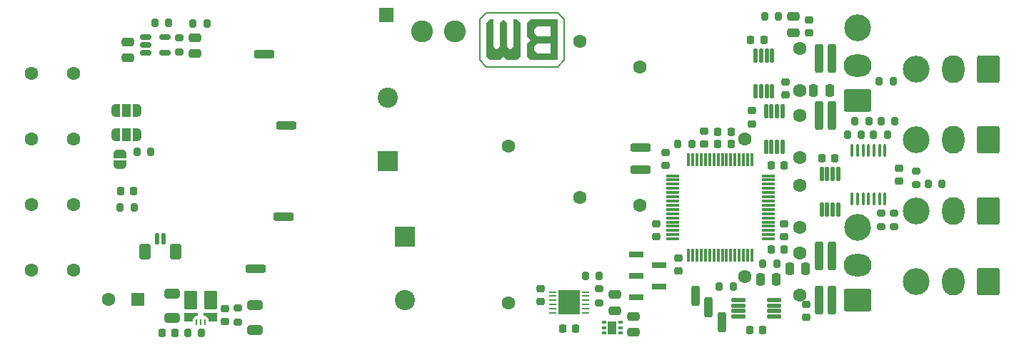
<source format=gbr>
%TF.GenerationSoftware,KiCad,Pcbnew,8.0.4*%
%TF.CreationDate,2024-08-04T16:55:57+02:00*%
%TF.ProjectId,PowerAmplifier,506f7765-7241-46d7-906c-69666965722e,rev?*%
%TF.SameCoordinates,Original*%
%TF.FileFunction,Soldermask,Bot*%
%TF.FilePolarity,Negative*%
%FSLAX46Y46*%
G04 Gerber Fmt 4.6, Leading zero omitted, Abs format (unit mm)*
G04 Created by KiCad (PCBNEW 8.0.4) date 2024-08-04 16:55:57*
%MOMM*%
%LPD*%
G01*
G04 APERTURE LIST*
G04 Aperture macros list*
%AMRoundRect*
0 Rectangle with rounded corners*
0 $1 Rounding radius*
0 $2 $3 $4 $5 $6 $7 $8 $9 X,Y pos of 4 corners*
0 Add a 4 corners polygon primitive as box body*
4,1,4,$2,$3,$4,$5,$6,$7,$8,$9,$2,$3,0*
0 Add four circle primitives for the rounded corners*
1,1,$1+$1,$2,$3*
1,1,$1+$1,$4,$5*
1,1,$1+$1,$6,$7*
1,1,$1+$1,$8,$9*
0 Add four rect primitives between the rounded corners*
20,1,$1+$1,$2,$3,$4,$5,0*
20,1,$1+$1,$4,$5,$6,$7,0*
20,1,$1+$1,$6,$7,$8,$9,0*
20,1,$1+$1,$8,$9,$2,$3,0*%
%AMFreePoly0*
4,1,25,1.130178,0.530178,1.137500,0.512500,1.137500,0.212500,1.130178,0.194822,1.112500,0.187500,0.922856,0.187500,0.537500,-0.197856,0.537500,-0.430000,0.529317,-0.471138,0.506014,-0.506014,0.471138,-0.529317,0.430000,-0.537500,0.000000,-0.537500,-0.430000,-0.537500,-0.471138,-0.529317,-0.506014,-0.506014,-0.529317,-0.471138,-0.537500,-0.430000,-0.537500,0.430000,-0.529317,0.471138,
-0.506014,0.506014,-0.471138,0.529317,-0.430000,0.537500,1.112500,0.537500,1.130178,0.530178,1.130178,0.530178,$1*%
%AMFreePoly1*
4,1,25,0.471138,0.529317,0.506014,0.506014,0.529317,0.471138,0.537500,0.430000,0.537500,-0.430000,0.529317,-0.471138,0.506014,-0.506014,0.471138,-0.529317,0.430000,-0.537500,0.000000,-0.537500,-0.430000,-0.537500,-0.471138,-0.529317,-0.506014,-0.506014,-0.529317,-0.471138,-0.537500,-0.430000,-0.537500,-0.197856,-0.922856,0.187500,-1.112500,0.187500,-1.130178,0.194822,-1.137500,0.212500,
-1.137500,0.512500,-1.130178,0.530178,-1.112500,0.537500,0.430000,0.537500,0.471138,0.529317,0.471138,0.529317,$1*%
%AMFreePoly2*
4,1,19,0.500000,-0.750000,0.000000,-0.750000,0.000000,-0.744911,-0.071157,-0.744911,-0.207708,-0.704816,-0.327430,-0.627875,-0.420627,-0.520320,-0.479746,-0.390866,-0.500000,-0.250000,-0.500000,0.250000,-0.479746,0.390866,-0.420627,0.520320,-0.327430,0.627875,-0.207708,0.704816,-0.071157,0.744911,0.000000,0.744911,0.000000,0.750000,0.500000,0.750000,0.500000,-0.750000,0.500000,-0.750000,
$1*%
%AMFreePoly3*
4,1,19,0.000000,0.744911,0.071157,0.744911,0.207708,0.704816,0.327430,0.627875,0.420627,0.520320,0.479746,0.390866,0.500000,0.250000,0.500000,-0.250000,0.479746,-0.390866,0.420627,-0.520320,0.327430,-0.627875,0.207708,-0.704816,0.071157,-0.744911,0.000000,-0.744911,0.000000,-0.750000,-0.500000,-0.750000,-0.500000,0.750000,0.000000,0.750000,0.000000,0.744911,0.000000,0.744911,
$1*%
%AMFreePoly4*
4,1,19,0.550000,-0.750000,0.000000,-0.750000,0.000000,-0.744911,-0.071157,-0.744911,-0.207708,-0.704816,-0.327430,-0.627875,-0.420627,-0.520320,-0.479746,-0.390866,-0.500000,-0.250000,-0.500000,0.250000,-0.479746,0.390866,-0.420627,0.520320,-0.327430,0.627875,-0.207708,0.704816,-0.071157,0.744911,0.000000,0.744911,0.000000,0.750000,0.550000,0.750000,0.550000,-0.750000,0.550000,-0.750000,
$1*%
%AMFreePoly5*
4,1,19,0.000000,0.744911,0.071157,0.744911,0.207708,0.704816,0.327430,0.627875,0.420627,0.520320,0.479746,0.390866,0.500000,0.250000,0.500000,-0.250000,0.479746,-0.390866,0.420627,-0.520320,0.327430,-0.627875,0.207708,-0.704816,0.071157,-0.744911,0.000000,-0.744911,0.000000,-0.750000,-0.550000,-0.750000,-0.550000,0.750000,0.000000,0.750000,0.000000,0.744911,0.000000,0.744911,
$1*%
G04 Aperture macros list end*
%ADD10C,0.200000*%
%ADD11C,0.000000*%
%ADD12C,3.180000*%
%ADD13RoundRect,0.250000X-1.070000X1.400000X-1.070000X-1.400000X1.070000X-1.400000X1.070000X1.400000X0*%
%ADD14O,2.640000X3.300000*%
%ADD15C,1.600000*%
%ADD16R,2.400000X2.400000*%
%ADD17C,2.400000*%
%ADD18R,1.700000X1.700000*%
%ADD19RoundRect,0.250000X1.400000X1.070000X-1.400000X1.070000X-1.400000X-1.070000X1.400000X-1.070000X0*%
%ADD20O,3.300000X2.640000*%
%ADD21C,2.600000*%
%ADD22RoundRect,0.237500X0.987500X0.237500X-0.987500X0.237500X-0.987500X-0.237500X0.987500X-0.237500X0*%
%ADD23RoundRect,0.125000X0.687500X0.125000X-0.687500X0.125000X-0.687500X-0.125000X0.687500X-0.125000X0*%
%ADD24RoundRect,0.250000X0.250000X0.475000X-0.250000X0.475000X-0.250000X-0.475000X0.250000X-0.475000X0*%
%ADD25RoundRect,0.250000X0.250000X1.450000X-0.250000X1.450000X-0.250000X-1.450000X0.250000X-1.450000X0*%
%ADD26RoundRect,0.125000X0.125000X0.525000X-0.125000X0.525000X-0.125000X-0.525000X0.125000X-0.525000X0*%
%ADD27RoundRect,0.350000X0.350000X0.600000X-0.350000X0.600000X-0.350000X-0.600000X0.350000X-0.600000X0*%
%ADD28RoundRect,0.250000X-0.475000X0.250000X-0.475000X-0.250000X0.475000X-0.250000X0.475000X0.250000X0*%
%ADD29RoundRect,0.200000X-0.275000X0.200000X-0.275000X-0.200000X0.275000X-0.200000X0.275000X0.200000X0*%
%ADD30RoundRect,0.250000X0.475000X-0.250000X0.475000X0.250000X-0.475000X0.250000X-0.475000X-0.250000X0*%
%ADD31RoundRect,0.200000X-0.200000X-0.275000X0.200000X-0.275000X0.200000X0.275000X-0.200000X0.275000X0*%
%ADD32RoundRect,0.225000X-0.250000X0.225000X-0.250000X-0.225000X0.250000X-0.225000X0.250000X0.225000X0*%
%ADD33RoundRect,0.225000X-0.225000X-0.250000X0.225000X-0.250000X0.225000X0.250000X-0.225000X0.250000X0*%
%ADD34RoundRect,0.125000X0.125000X-0.687500X0.125000X0.687500X-0.125000X0.687500X-0.125000X-0.687500X0*%
%ADD35RoundRect,0.100000X0.187500X0.100000X-0.187500X0.100000X-0.187500X-0.100000X0.187500X-0.100000X0*%
%ADD36R,1.000000X1.600000*%
%ADD37RoundRect,0.200000X0.200000X0.275000X-0.200000X0.275000X-0.200000X-0.275000X0.200000X-0.275000X0*%
%ADD38RoundRect,0.062500X-0.375000X-0.062500X0.375000X-0.062500X0.375000X0.062500X-0.375000X0.062500X0*%
%ADD39R,2.600000X3.000000*%
%ADD40RoundRect,0.225000X0.250000X-0.225000X0.250000X0.225000X-0.250000X0.225000X-0.250000X-0.225000X0*%
%ADD41RoundRect,0.200000X0.275000X-0.200000X0.275000X0.200000X-0.275000X0.200000X-0.275000X-0.200000X0*%
%ADD42RoundRect,0.250000X-0.250000X-0.475000X0.250000X-0.475000X0.250000X0.475000X-0.250000X0.475000X0*%
%ADD43RoundRect,0.250000X-0.650000X0.325000X-0.650000X-0.325000X0.650000X-0.325000X0.650000X0.325000X0*%
%ADD44RoundRect,0.237500X-0.237500X0.987500X-0.237500X-0.987500X0.237500X-0.987500X0.237500X0.987500X0*%
%ADD45R,1.800000X0.650000*%
%ADD46RoundRect,0.250000X0.650000X-0.325000X0.650000X0.325000X-0.650000X0.325000X-0.650000X-0.325000X0*%
%ADD47RoundRect,0.225000X0.225000X0.250000X-0.225000X0.250000X-0.225000X-0.250000X0.225000X-0.250000X0*%
%ADD48RoundRect,0.075000X-0.075000X0.700000X-0.075000X-0.700000X0.075000X-0.700000X0.075000X0.700000X0*%
%ADD49RoundRect,0.075000X-0.700000X0.075000X-0.700000X-0.075000X0.700000X-0.075000X0.700000X0.075000X0*%
%ADD50FreePoly0,0.000000*%
%ADD51RoundRect,0.150000X-0.600000X-0.950000X0.600000X-0.950000X0.600000X0.950000X-0.600000X0.950000X0*%
%ADD52FreePoly1,0.000000*%
%ADD53RoundRect,0.055000X-0.055000X-0.295000X0.055000X-0.295000X0.055000X0.295000X-0.055000X0.295000X0*%
%ADD54R,1.600000X1.600000*%
%ADD55RoundRect,0.150000X-0.512500X-0.150000X0.512500X-0.150000X0.512500X0.150000X-0.512500X0.150000X0*%
%ADD56RoundRect,0.100000X-0.100000X0.637500X-0.100000X-0.637500X0.100000X-0.637500X0.100000X0.637500X0*%
%ADD57FreePoly2,90.000000*%
%ADD58FreePoly3,90.000000*%
%ADD59FreePoly4,0.000000*%
%ADD60R,1.000000X1.500000*%
%ADD61FreePoly5,0.000000*%
G04 APERTURE END LIST*
D10*
%TO.C,REF\u002A\u002A*%
X157200000Y-81900000D02*
X157200000Y-86700000D01*
X156400000Y-87500000D01*
X148000000Y-87500000D01*
X147200000Y-86700000D01*
X147200000Y-81900000D01*
X148000000Y-81100000D01*
X156400000Y-81100000D01*
X157200000Y-81900000D01*
D11*
G36*
X156400000Y-82700000D02*
G01*
X154000000Y-82700000D01*
X153600000Y-83100000D01*
X153600000Y-83500000D01*
X154000000Y-83900000D01*
X152800000Y-83900000D01*
X152800000Y-82300000D01*
X153200000Y-81900000D01*
X156400000Y-81900000D01*
X156400000Y-82700000D01*
G37*
G36*
X156400000Y-86700000D02*
G01*
X153200000Y-86700000D01*
X152800000Y-86300000D01*
X152800000Y-85100000D01*
X153600000Y-85100000D01*
X153600000Y-85500000D01*
X154000000Y-85900000D01*
X155600000Y-85900000D01*
X155600000Y-84700000D01*
X154000000Y-84700000D01*
X153600000Y-85100000D01*
X152800000Y-85100000D01*
X152800000Y-84700000D01*
X153200000Y-84300000D01*
X152800000Y-83900000D01*
X155600000Y-83900000D01*
X155600000Y-82700000D01*
X156400000Y-82700000D01*
X156400000Y-86700000D01*
G37*
G36*
X148800000Y-85100000D02*
G01*
X149200000Y-85500000D01*
X149600000Y-85100000D01*
X149600000Y-82300000D01*
X150000000Y-81900000D01*
X150400000Y-82300000D01*
X150400000Y-85100000D01*
X150800000Y-85500000D01*
X151200000Y-85100000D01*
X151200000Y-81900000D01*
X151600000Y-81900000D01*
X152000000Y-82300000D01*
X152000000Y-86300000D01*
X151600000Y-86700000D01*
X150400000Y-86700000D01*
X150000000Y-86300000D01*
X149600000Y-86700000D01*
X148400000Y-86700000D01*
X148000000Y-86300000D01*
X148000000Y-82300000D01*
X148400000Y-81900000D01*
X148800000Y-81900000D01*
X148800000Y-85100000D01*
G37*
%TD*%
D12*
%TO.C,J4*%
X198910000Y-96200000D03*
D13*
X207500000Y-96200000D03*
D14*
X203360000Y-96200000D03*
%TD*%
D15*
%TO.C,C16*%
X185100000Y-98300000D03*
X185100000Y-93300000D03*
%TD*%
D16*
%TO.C,C15*%
X136300000Y-98712755D03*
D17*
X136300000Y-91212755D03*
%TD*%
D15*
%TO.C,L3*%
X166150000Y-103950000D03*
X178650000Y-112450000D03*
%TD*%
%TO.C,C27*%
X185100000Y-106600000D03*
X185100000Y-101600000D03*
%TD*%
%TO.C,C32*%
X185100000Y-109600000D03*
X185100000Y-114600000D03*
%TD*%
D16*
%TO.C,C23*%
X138300000Y-107687246D03*
D17*
X138300000Y-115187246D03*
%TD*%
D15*
%TO.C,L4*%
X150550000Y-115550000D03*
X159050000Y-103050000D03*
%TD*%
%TO.C,C11*%
X185100000Y-85300000D03*
X185100000Y-90300000D03*
%TD*%
D12*
%TO.C,J1*%
X198910000Y-87800000D03*
D13*
X207500000Y-87800000D03*
D14*
X203360000Y-87800000D03*
%TD*%
D18*
%TO.C,J13*%
X136100000Y-81350000D03*
%TD*%
D12*
%TO.C,J7*%
X192000000Y-106610000D03*
D19*
X192000000Y-115200000D03*
D20*
X192000000Y-111060000D03*
%TD*%
D15*
%TO.C,L1*%
X150550000Y-96950000D03*
X159050000Y-84450000D03*
%TD*%
%TO.C,L2*%
X166150000Y-87550000D03*
X178650000Y-96050000D03*
%TD*%
D12*
%TO.C,J5*%
X198910000Y-104600000D03*
D13*
X207500000Y-104600000D03*
D14*
X203360000Y-104600000D03*
%TD*%
D21*
%TO.C,J9*%
X140318800Y-83300000D03*
X144281200Y-83300000D03*
%TD*%
D12*
%TO.C,J8*%
X198910000Y-113000000D03*
D13*
X207500000Y-113000000D03*
D14*
X203360000Y-113000000D03*
%TD*%
D12*
%TO.C,J3*%
X192000000Y-82910000D03*
D19*
X192000000Y-91500000D03*
D20*
X192000000Y-87360000D03*
%TD*%
D22*
%TO.C,TP6*%
X166250000Y-97100000D03*
%TD*%
D23*
%TO.C,U7*%
X182112500Y-115225000D03*
X182112500Y-115875000D03*
X182112500Y-116525000D03*
X182112500Y-117175000D03*
X177887500Y-117175000D03*
X177887500Y-116525000D03*
X177887500Y-115875000D03*
X177887500Y-115225000D03*
%TD*%
D24*
%TO.C,C35*%
X182350000Y-112800000D03*
X180450000Y-112800000D03*
%TD*%
D25*
%TO.C,R20*%
X188950000Y-115200000D03*
X187450000Y-115200000D03*
%TD*%
D26*
%TO.C,J11*%
X108900000Y-107900000D03*
X109700000Y-107900000D03*
D27*
X111100000Y-109500000D03*
X107500000Y-109500000D03*
%TD*%
D28*
%TO.C,C58*%
X165400000Y-117150000D03*
X165400000Y-119050000D03*
%TD*%
D29*
%TO.C,R36*%
X198900000Y-99875000D03*
X198900000Y-101525000D03*
%TD*%
D30*
%TO.C,C64*%
X163235000Y-116460000D03*
X163235000Y-114560000D03*
%TD*%
D31*
%TO.C,R26*%
X104575000Y-104200000D03*
X106225000Y-104200000D03*
%TD*%
D32*
%TO.C,C59*%
X117000000Y-116225000D03*
X117000000Y-117775000D03*
%TD*%
D33*
%TO.C,C53*%
X181725000Y-109200000D03*
X183275000Y-109200000D03*
%TD*%
D15*
%TO.C,C14*%
X94000000Y-96100000D03*
X99000000Y-96100000D03*
%TD*%
D34*
%TO.C,U4*%
X181875000Y-90412500D03*
X181225000Y-90412500D03*
X180575000Y-90412500D03*
X179925000Y-90412500D03*
X179925000Y-86187500D03*
X180575000Y-86187500D03*
X181225000Y-86187500D03*
X181875000Y-86187500D03*
%TD*%
D15*
%TO.C,C13*%
X94000000Y-88300000D03*
X99000000Y-88300000D03*
%TD*%
D25*
%TO.C,R14*%
X188950000Y-110000000D03*
X187450000Y-110000000D03*
%TD*%
D31*
%TO.C,R30*%
X190775000Y-95600000D03*
X192425000Y-95600000D03*
%TD*%
D33*
%TO.C,C61*%
X109525000Y-119100000D03*
X111075000Y-119100000D03*
%TD*%
D22*
%TO.C,TP5*%
X166250000Y-99750000D03*
%TD*%
D35*
%TO.C,U9*%
X163887500Y-117850000D03*
X163887500Y-118500000D03*
X163887500Y-119150000D03*
X161912500Y-119150000D03*
X161912500Y-118500000D03*
X161912500Y-117850000D03*
D36*
X162900000Y-118500000D03*
%TD*%
D37*
%TO.C,R17*%
X182425000Y-110900000D03*
X180775000Y-110900000D03*
%TD*%
D38*
%TO.C,U11*%
X155862500Y-116750000D03*
X155862500Y-116250000D03*
X155862500Y-115750000D03*
X155862500Y-115250000D03*
X155862500Y-114750000D03*
X155862500Y-114250000D03*
X159737500Y-114250000D03*
X159737500Y-114750000D03*
X159737500Y-115250000D03*
X159737500Y-115750000D03*
X159737500Y-116250000D03*
X159737500Y-116750000D03*
D39*
X157800000Y-115500000D03*
%TD*%
D40*
%TO.C,C57*%
X173800000Y-96675000D03*
X173800000Y-95125000D03*
%TD*%
D41*
%TO.C,R34*%
X194800000Y-106525000D03*
X194800000Y-104875000D03*
%TD*%
D30*
%TO.C,C44*%
X113400000Y-85950000D03*
X113400000Y-84050000D03*
%TD*%
D42*
%TO.C,C19*%
X186750000Y-90300000D03*
X188650000Y-90300000D03*
%TD*%
%TO.C,C26*%
X183950000Y-111500000D03*
X185850000Y-111500000D03*
%TD*%
D43*
%TO.C,C62*%
X120500000Y-115825000D03*
X120500000Y-118775000D03*
%TD*%
D44*
%TO.C,TP9*%
X174300000Y-116050000D03*
%TD*%
D31*
%TO.C,R37*%
X170675000Y-96650000D03*
X172325000Y-96650000D03*
%TD*%
D44*
%TO.C,TP7*%
X172750000Y-114750000D03*
%TD*%
D45*
%TO.C,J15*%
X165750000Y-109760000D03*
X168450000Y-111030000D03*
X165750000Y-112300000D03*
X168450000Y-113570000D03*
X165750000Y-114840000D03*
%TD*%
D22*
%TO.C,TP3*%
X123900000Y-105350000D03*
%TD*%
D15*
%TO.C,C29*%
X94000000Y-103900000D03*
X99000000Y-103900000D03*
%TD*%
D46*
%TO.C,C60*%
X110700000Y-117375000D03*
X110700000Y-114425000D03*
%TD*%
D47*
%TO.C,C55*%
X176975000Y-95200000D03*
X175425000Y-95200000D03*
%TD*%
D31*
%TO.C,R28*%
X113175000Y-82400000D03*
X114825000Y-82400000D03*
%TD*%
D37*
%TO.C,R45*%
X161360000Y-112310000D03*
X159710000Y-112310000D03*
%TD*%
D48*
%TO.C,U8*%
X171950000Y-98525000D03*
X172450000Y-98525000D03*
X172950000Y-98525000D03*
X173450000Y-98525000D03*
X173950000Y-98525000D03*
X174450000Y-98525000D03*
X174950000Y-98525000D03*
X175450000Y-98525000D03*
X175950000Y-98525000D03*
X176450000Y-98525000D03*
X176950000Y-98525000D03*
X177450000Y-98525000D03*
X177950000Y-98525000D03*
X178450000Y-98525000D03*
X178950000Y-98525000D03*
X179450000Y-98525000D03*
D49*
X181375000Y-100450000D03*
X181375000Y-100950000D03*
X181375000Y-101450000D03*
X181375000Y-101950000D03*
X181375000Y-102450000D03*
X181375000Y-102950000D03*
X181375000Y-103450000D03*
X181375000Y-103950000D03*
X181375000Y-104450000D03*
X181375000Y-104950000D03*
X181375000Y-105450000D03*
X181375000Y-105950000D03*
X181375000Y-106450000D03*
X181375000Y-106950000D03*
X181375000Y-107450000D03*
X181375000Y-107950000D03*
D48*
X179450000Y-109875000D03*
X178950000Y-109875000D03*
X178450000Y-109875000D03*
X177950000Y-109875000D03*
X177450000Y-109875000D03*
X176950000Y-109875000D03*
X176450000Y-109875000D03*
X175950000Y-109875000D03*
X175450000Y-109875000D03*
X174950000Y-109875000D03*
X174450000Y-109875000D03*
X173950000Y-109875000D03*
X173450000Y-109875000D03*
X172950000Y-109875000D03*
X172450000Y-109875000D03*
X171950000Y-109875000D03*
D49*
X170025000Y-107950000D03*
X170025000Y-107450000D03*
X170025000Y-106950000D03*
X170025000Y-106450000D03*
X170025000Y-105950000D03*
X170025000Y-105450000D03*
X170025000Y-104950000D03*
X170025000Y-104450000D03*
X170025000Y-103950000D03*
X170025000Y-103450000D03*
X170025000Y-102950000D03*
X170025000Y-102450000D03*
X170025000Y-101950000D03*
X170025000Y-101450000D03*
X170025000Y-100950000D03*
X170025000Y-100450000D03*
%TD*%
D37*
%TO.C,R43*%
X114225000Y-119100000D03*
X112575000Y-119100000D03*
%TD*%
%TO.C,R29*%
X195525000Y-95600000D03*
X193875000Y-95600000D03*
%TD*%
D30*
%TO.C,C43*%
X105500000Y-86450000D03*
X105500000Y-84550000D03*
%TD*%
D50*
%TO.C,U10*%
X112687500Y-117212500D03*
D51*
X112900000Y-115225000D03*
X115300000Y-115225000D03*
D52*
X115512500Y-117212500D03*
D53*
X114600000Y-117850000D03*
X114100000Y-117850000D03*
X113600000Y-117850000D03*
%TD*%
D47*
%TO.C,C56*%
X176975000Y-96700000D03*
X175425000Y-96700000D03*
%TD*%
D29*
%TO.C,R44*%
X161335000Y-113885000D03*
X161335000Y-115535000D03*
%TD*%
D40*
%TO.C,C65*%
X154400000Y-115385000D03*
X154400000Y-113835000D03*
%TD*%
D54*
%TO.C,C5*%
X106652651Y-115100000D03*
D15*
X103152651Y-115100000D03*
%TD*%
D47*
%TO.C,C52*%
X183275000Y-99200000D03*
X181725000Y-99200000D03*
%TD*%
D55*
%TO.C,U2*%
X107562500Y-85850000D03*
X107562500Y-84900000D03*
X107562500Y-83950000D03*
X109837500Y-83950000D03*
X109837500Y-85850000D03*
%TD*%
D40*
%TO.C,C47*%
X179500000Y-94275000D03*
X179500000Y-92725000D03*
%TD*%
D25*
%TO.C,R13*%
X188950000Y-93300000D03*
X187450000Y-93300000D03*
%TD*%
D56*
%TO.C,U3*%
X191350000Y-97437500D03*
X192000000Y-97437500D03*
X192650000Y-97437500D03*
X193300000Y-97437500D03*
X193950000Y-97437500D03*
X194600000Y-97437500D03*
X195250000Y-97437500D03*
X195250000Y-103162500D03*
X194600000Y-103162500D03*
X193950000Y-103162500D03*
X193300000Y-103162500D03*
X192650000Y-103162500D03*
X192000000Y-103162500D03*
X191350000Y-103162500D03*
%TD*%
D41*
%TO.C,R25*%
X111600000Y-85725000D03*
X111600000Y-84075000D03*
%TD*%
D33*
%TO.C,C48*%
X187725000Y-98400000D03*
X189275000Y-98400000D03*
%TD*%
D31*
%TO.C,R10*%
X194575000Y-89200000D03*
X196225000Y-89200000D03*
%TD*%
D37*
%TO.C,R35*%
X202025000Y-101400000D03*
X200375000Y-101400000D03*
%TD*%
D32*
%TO.C,C28*%
X183300000Y-106125000D03*
X183300000Y-107675000D03*
%TD*%
D57*
%TO.C,JP1*%
X104550000Y-99150000D03*
D58*
X104550000Y-97850000D03*
%TD*%
D34*
%TO.C,U6*%
X189675000Y-104452500D03*
X189025000Y-104452500D03*
X188375000Y-104452500D03*
X187725000Y-104452500D03*
X187725000Y-100227500D03*
X188375000Y-100227500D03*
X189025000Y-100227500D03*
X189675000Y-100227500D03*
%TD*%
D47*
%TO.C,C49*%
X180775000Y-118800000D03*
X179225000Y-118800000D03*
%TD*%
D32*
%TO.C,C54*%
X170700000Y-110225000D03*
X170700000Y-111775000D03*
%TD*%
D40*
%TO.C,C12*%
X186200000Y-83475000D03*
X186200000Y-81925000D03*
%TD*%
D29*
%TO.C,R41*%
X118500000Y-116175000D03*
X118500000Y-117825000D03*
%TD*%
D31*
%TO.C,R32*%
X191675000Y-94000000D03*
X193325000Y-94000000D03*
%TD*%
D37*
%TO.C,R27*%
X110325000Y-82300000D03*
X108675000Y-82300000D03*
%TD*%
D31*
%TO.C,R12*%
X106525000Y-97600000D03*
X108175000Y-97600000D03*
%TD*%
D33*
%TO.C,C63*%
X157025000Y-118600000D03*
X158575000Y-118600000D03*
%TD*%
D34*
%TO.C,U5*%
X183075000Y-97012500D03*
X182425000Y-97012500D03*
X181775000Y-97012500D03*
X181125000Y-97012500D03*
X181125000Y-92787500D03*
X181775000Y-92787500D03*
X182425000Y-92787500D03*
X183075000Y-92787500D03*
%TD*%
D28*
%TO.C,C10*%
X184400000Y-81550000D03*
X184400000Y-83450000D03*
%TD*%
D33*
%TO.C,C46*%
X179325000Y-84300000D03*
X180875000Y-84300000D03*
%TD*%
D37*
%TO.C,R31*%
X196425000Y-94000000D03*
X194775000Y-94000000D03*
%TD*%
%TO.C,R8*%
X182625000Y-81500000D03*
X180975000Y-81500000D03*
%TD*%
D59*
%TO.C,JP3*%
X104000000Y-95542500D03*
D60*
X105300000Y-95542500D03*
D61*
X106600000Y-95542500D03*
%TD*%
D25*
%TO.C,R6*%
X188950000Y-86500000D03*
X187450000Y-86500000D03*
%TD*%
D22*
%TO.C,TP2*%
X124250000Y-94500000D03*
%TD*%
D59*
%TO.C,JP2*%
X104000000Y-92700000D03*
D60*
X105300000Y-92700000D03*
D61*
X106600000Y-92700000D03*
%TD*%
D32*
%TO.C,C45*%
X196900000Y-99525000D03*
X196900000Y-101075000D03*
%TD*%
%TO.C,C17*%
X183400000Y-89325000D03*
X183400000Y-90875000D03*
%TD*%
D40*
%TO.C,C51*%
X169200000Y-99225000D03*
X169200000Y-97675000D03*
%TD*%
D37*
%TO.C,R18*%
X177225000Y-113600000D03*
X175575000Y-113600000D03*
%TD*%
D15*
%TO.C,C31*%
X94000000Y-111700000D03*
X99000000Y-111700000D03*
%TD*%
D41*
%TO.C,R33*%
X196300000Y-106525000D03*
X196300000Y-104875000D03*
%TD*%
D22*
%TO.C,TP4*%
X120600000Y-111500000D03*
%TD*%
D33*
%TO.C,C24*%
X104625000Y-102250000D03*
X106175000Y-102250000D03*
%TD*%
D22*
%TO.C,TP1*%
X121650000Y-86050000D03*
%TD*%
D44*
%TO.C,TP8*%
X175900000Y-117850000D03*
%TD*%
D40*
%TO.C,C33*%
X185900000Y-117275000D03*
X185900000Y-115725000D03*
%TD*%
%TO.C,C50*%
X168150000Y-107675000D03*
X168150000Y-106125000D03*
%TD*%
M02*

</source>
